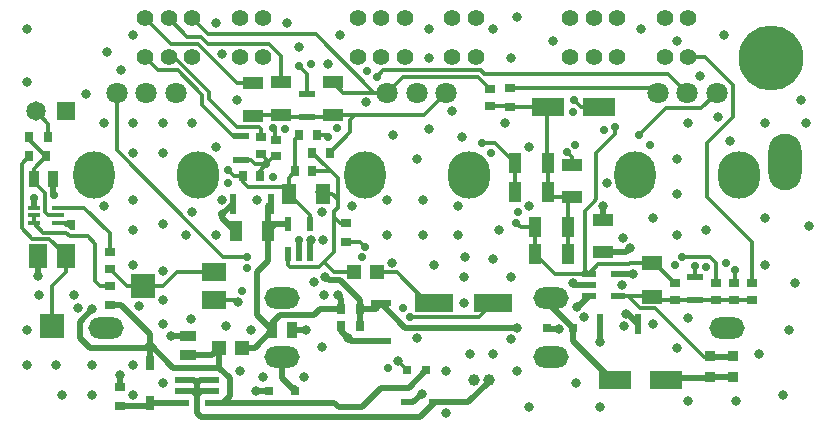
<source format=gtl>
G04 #@! TF.GenerationSoftware,KiCad,Pcbnew,7.0.9*
G04 #@! TF.CreationDate,2023-12-07T19:23:11+01:00*
G04 #@! TF.ProjectId,2023_PiezoPreamp,32303233-5f50-4696-957a-6f507265616d,rev?*
G04 #@! TF.SameCoordinates,PX2625a00PY1c22260*
G04 #@! TF.FileFunction,Copper,L1,Top*
G04 #@! TF.FilePolarity,Positive*
%FSLAX46Y46*%
G04 Gerber Fmt 4.6, Leading zero omitted, Abs format (unit mm)*
G04 Created by KiCad (PCBNEW 7.0.9) date 2023-12-07 19:23:11*
%MOMM*%
%LPD*%
G01*
G04 APERTURE LIST*
G04 #@! TA.AperFunction,ComponentPad*
%ADD10C,5.500000*%
G04 #@! TD*
G04 #@! TA.AperFunction,SMDPad,CuDef*
%ADD11R,1.150000X1.800000*%
G04 #@! TD*
G04 #@! TA.AperFunction,SMDPad,CuDef*
%ADD12R,3.200000X1.600000*%
G04 #@! TD*
G04 #@! TA.AperFunction,SMDPad,CuDef*
%ADD13R,0.750000X0.940000*%
G04 #@! TD*
G04 #@! TA.AperFunction,SMDPad,CuDef*
%ADD14R,0.940000X0.750000*%
G04 #@! TD*
G04 #@! TA.AperFunction,SMDPad,CuDef*
%ADD15R,1.075000X0.500000*%
G04 #@! TD*
G04 #@! TA.AperFunction,ComponentPad*
%ADD16C,1.000000*%
G04 #@! TD*
G04 #@! TA.AperFunction,SMDPad,CuDef*
%ADD17R,1.070000X1.820000*%
G04 #@! TD*
G04 #@! TA.AperFunction,SMDPad,CuDef*
%ADD18R,0.950000X0.800000*%
G04 #@! TD*
G04 #@! TA.AperFunction,SMDPad,CuDef*
%ADD19R,0.800000X0.950000*%
G04 #@! TD*
G04 #@! TA.AperFunction,SMDPad,CuDef*
%ADD20R,1.470000X0.970000*%
G04 #@! TD*
G04 #@! TA.AperFunction,ComponentPad*
%ADD21C,1.800000*%
G04 #@! TD*
G04 #@! TA.AperFunction,ComponentPad*
%ADD22O,3.600000X4.000000*%
G04 #@! TD*
G04 #@! TA.AperFunction,ComponentPad*
%ADD23O,3.500000X4.000000*%
G04 #@! TD*
G04 #@! TA.AperFunction,SMDPad,CuDef*
%ADD24R,1.200000X0.600000*%
G04 #@! TD*
G04 #@! TA.AperFunction,ComponentPad*
%ADD25C,1.400000*%
G04 #@! TD*
G04 #@! TA.AperFunction,SMDPad,CuDef*
%ADD26R,0.800000X0.800000*%
G04 #@! TD*
G04 #@! TA.AperFunction,SMDPad,CuDef*
%ADD27R,0.970000X1.470000*%
G04 #@! TD*
G04 #@! TA.AperFunction,SMDPad,CuDef*
%ADD28R,2.800000X1.600000*%
G04 #@! TD*
G04 #@! TA.AperFunction,SMDPad,CuDef*
%ADD29R,0.750000X1.200000*%
G04 #@! TD*
G04 #@! TA.AperFunction,SMDPad,CuDef*
%ADD30R,1.150000X1.150000*%
G04 #@! TD*
G04 #@! TA.AperFunction,SMDPad,CuDef*
%ADD31R,1.820000X1.070000*%
G04 #@! TD*
G04 #@! TA.AperFunction,SMDPad,CuDef*
%ADD32R,1.600000X2.000000*%
G04 #@! TD*
G04 #@! TA.AperFunction,SMDPad,CuDef*
%ADD33R,2.000000X2.000000*%
G04 #@! TD*
G04 #@! TA.AperFunction,SMDPad,CuDef*
%ADD34R,1.820000X0.620000*%
G04 #@! TD*
G04 #@! TA.AperFunction,ComponentPad*
%ADD35R,1.650000X1.650000*%
G04 #@! TD*
G04 #@! TA.AperFunction,ComponentPad*
%ADD36C,1.650000*%
G04 #@! TD*
G04 #@! TA.AperFunction,SMDPad,CuDef*
%ADD37R,0.620000X1.820000*%
G04 #@! TD*
G04 #@! TA.AperFunction,SMDPad,CuDef*
%ADD38R,0.600000X1.200000*%
G04 #@! TD*
G04 #@! TA.AperFunction,SMDPad,CuDef*
%ADD39R,0.900000X0.650000*%
G04 #@! TD*
G04 #@! TA.AperFunction,SMDPad,CuDef*
%ADD40R,2.000000X1.600000*%
G04 #@! TD*
G04 #@! TA.AperFunction,SMDPad,CuDef*
%ADD41R,1.800000X1.150000*%
G04 #@! TD*
G04 #@! TA.AperFunction,SMDPad,CuDef*
%ADD42R,0.650000X0.900000*%
G04 #@! TD*
G04 #@! TA.AperFunction,SMDPad,CuDef*
%ADD43R,0.863600X0.965200*%
G04 #@! TD*
G04 #@! TA.AperFunction,SMDPad,CuDef*
%ADD44R,1.470000X0.620000*%
G04 #@! TD*
G04 #@! TA.AperFunction,SMDPad,CuDef*
%ADD45R,1.150000X0.600000*%
G04 #@! TD*
G04 #@! TA.AperFunction,SMDPad,CuDef*
%ADD46R,1.000000X0.400000*%
G04 #@! TD*
G04 #@! TA.AperFunction,ComponentPad*
%ADD47O,2.800000X4.800000*%
G04 #@! TD*
G04 #@! TA.AperFunction,ComponentPad*
%ADD48O,3.000000X1.800000*%
G04 #@! TD*
G04 #@! TA.AperFunction,ViaPad*
%ADD49C,0.700000*%
G04 #@! TD*
G04 #@! TA.AperFunction,ViaPad*
%ADD50C,0.800000*%
G04 #@! TD*
G04 #@! TA.AperFunction,Conductor*
%ADD51C,0.500000*%
G04 #@! TD*
G04 #@! TA.AperFunction,Conductor*
%ADD52C,0.300000*%
G04 #@! TD*
G04 #@! TA.AperFunction,Conductor*
%ADD53C,0.349300*%
G04 #@! TD*
G04 APERTURE END LIST*
D10*
X64000000Y-4500000D03*
D11*
X26050000Y-15950000D03*
X23150000Y-15950000D03*
D12*
X35500000Y-25200000D03*
X40500000Y-25200000D03*
D13*
X23700000Y-14050000D03*
X25100000Y-14050000D03*
D14*
X59350000Y-24925000D03*
X59350000Y-23525000D03*
D15*
X33188000Y-33600000D03*
X35512000Y-33600000D03*
D14*
X60875000Y-24925000D03*
X60875000Y-23525000D03*
D16*
X40100000Y-31700000D03*
X38850000Y-31700000D03*
D17*
X45080000Y-13400000D03*
X42320000Y-13400000D03*
D13*
X19300000Y-14450000D03*
X20700000Y-14450000D03*
D18*
X8000000Y-25400000D03*
X8000000Y-23800000D03*
D19*
X27600000Y-25700000D03*
X29200000Y-25700000D03*
D20*
X14630000Y-27970000D03*
X14630000Y-29630000D03*
D21*
X36500000Y-7400000D03*
X34000000Y-7400000D03*
X31500000Y-7400000D03*
D22*
X38400000Y-14400000D03*
D23*
X29600000Y-14400000D03*
D24*
X48550000Y-22750000D03*
X48550000Y-23700000D03*
X48550000Y-24650000D03*
X51050000Y-24650000D03*
X51050000Y-22750000D03*
D25*
X39000000Y-1100000D03*
X37000000Y-1100000D03*
X33000000Y-1100000D03*
X31000000Y-1100000D03*
X29000000Y-1100000D03*
X29000000Y-4400000D03*
X31000000Y-4400000D03*
X33000000Y-4400000D03*
X37000000Y-4400000D03*
X39000000Y-4400000D03*
D18*
X28000000Y-20050000D03*
X28000000Y-18450000D03*
D17*
X44020000Y-21050000D03*
X46780000Y-21050000D03*
D26*
X21520000Y-32660000D03*
X23720000Y-32660000D03*
D19*
X2800000Y-11200000D03*
X1200000Y-11200000D03*
D17*
X18670000Y-19150000D03*
X21430000Y-19150000D03*
D27*
X3230000Y-14700000D03*
X1570000Y-14700000D03*
D28*
X49400000Y-8600000D03*
X45100000Y-8600000D03*
D29*
X11400000Y-30300000D03*
X11400000Y-33700000D03*
D30*
X19190000Y-29000000D03*
X17290000Y-29000000D03*
D31*
X49800000Y-18170000D03*
X49800000Y-20930000D03*
D32*
X1925000Y-21200000D03*
D33*
X3100000Y-27200000D03*
D32*
X4275000Y-21200000D03*
D34*
X31000000Y-28450000D03*
X31000000Y-25250000D03*
D31*
X26900000Y-9280000D03*
X26900000Y-6520000D03*
D21*
X13600000Y-7400000D03*
X11100000Y-7400000D03*
X8600000Y-7400000D03*
D22*
X15500000Y-14400000D03*
D23*
X6700000Y-14400000D03*
D31*
X22500000Y-6520000D03*
X22500000Y-9280000D03*
D18*
X8900000Y-33900000D03*
X8900000Y-32300000D03*
D35*
X4270000Y-9000000D03*
D36*
X1730000Y-9000000D03*
D37*
X18450000Y-16800000D03*
X21650000Y-16800000D03*
D38*
X23100000Y-21050000D03*
X24050000Y-21050000D03*
X25000000Y-21050000D03*
X25000000Y-18550000D03*
X23100000Y-18550000D03*
D39*
X8000000Y-22325000D03*
X8000000Y-20875000D03*
D18*
X41900000Y-8600000D03*
X41900000Y-7000000D03*
D14*
X22100000Y-12800000D03*
X22100000Y-11400000D03*
D21*
X59400000Y-7400000D03*
X56900000Y-7400000D03*
X54400000Y-7400000D03*
D22*
X61300000Y-14400000D03*
D23*
X52500000Y-14400000D03*
D40*
X16800000Y-22625000D03*
D33*
X10800000Y-23800000D03*
D40*
X16800000Y-24975000D03*
D14*
X20800000Y-12600000D03*
X20800000Y-11200000D03*
D17*
X45080000Y-15800000D03*
X42320000Y-15800000D03*
D37*
X49500000Y-27000000D03*
X52700000Y-27000000D03*
D41*
X53950000Y-24700000D03*
X53950000Y-21800000D03*
D17*
X44020000Y-18800000D03*
X46780000Y-18800000D03*
D26*
X45000000Y-27300000D03*
X47200000Y-27300000D03*
D42*
X26625000Y-12500000D03*
X25175000Y-12500000D03*
D25*
X21000000Y-1100000D03*
X19000000Y-1100000D03*
X15000000Y-1100000D03*
X13000000Y-1100000D03*
X11000000Y-1100000D03*
X11000000Y-4400000D03*
X13000000Y-4400000D03*
X15000000Y-4400000D03*
X19000000Y-4400000D03*
X21000000Y-4400000D03*
D43*
X60750000Y-31476300D03*
X60750000Y-29723700D03*
D44*
X57575000Y-25000000D03*
X57575000Y-23000000D03*
D45*
X14100000Y-31750000D03*
X14100000Y-32700000D03*
X14100000Y-33650000D03*
X16700000Y-33650000D03*
X16700000Y-32700000D03*
X16700000Y-31750000D03*
D25*
X57000000Y-1100000D03*
X55000000Y-1100000D03*
X51000000Y-1100000D03*
X49000000Y-1100000D03*
X47000000Y-1100000D03*
X47000000Y-4400000D03*
X49000000Y-4400000D03*
X51000000Y-4400000D03*
X55000000Y-4400000D03*
X57000000Y-4400000D03*
D42*
X25525000Y-10950000D03*
X24075000Y-10950000D03*
D30*
X30600000Y-22600000D03*
X28700000Y-22600000D03*
D14*
X55850000Y-24925000D03*
X55850000Y-23525000D03*
D26*
X33175000Y-30900000D03*
X34825000Y-30900000D03*
D42*
X2625000Y-12800000D03*
X1175000Y-12800000D03*
D14*
X62400000Y-24925000D03*
X62400000Y-23525000D03*
D31*
X47150000Y-16280000D03*
X47150000Y-13520000D03*
D46*
X3600000Y-18450000D03*
X3600000Y-17800000D03*
X3600000Y-17150000D03*
X1600000Y-17150000D03*
X1600000Y-17800000D03*
X1600000Y-18450000D03*
D19*
X29200000Y-27200000D03*
X27600000Y-27200000D03*
D39*
X40200000Y-8525000D03*
X40200000Y-7075000D03*
D43*
X58850000Y-31476300D03*
X58850000Y-29723700D03*
D31*
X20100000Y-6620000D03*
X20100000Y-9380000D03*
D28*
X55100000Y-31750000D03*
X50800000Y-31750000D03*
D27*
X23430000Y-27500000D03*
X21770000Y-27500000D03*
D44*
X19100000Y-13100000D03*
X19100000Y-11100000D03*
X24700000Y-7500000D03*
X24700000Y-9500000D03*
D47*
X65200000Y-13300000D03*
D48*
X7700000Y-27300000D03*
X22600000Y-24800000D03*
X22600000Y-29800000D03*
X60300000Y-27300000D03*
X45400000Y-29800000D03*
X45400000Y-24800000D03*
D49*
X47244774Y-9004729D03*
X1600000Y-16348205D03*
D50*
X15000000Y-17500000D03*
X57000000Y-10000000D03*
X6000000Y-7500000D03*
X65500000Y-27500000D03*
X10000000Y-16500000D03*
X4000000Y-33000000D03*
X38000000Y-23000000D03*
X12500000Y-12500000D03*
X26099006Y-19850000D03*
X8900000Y-31300000D03*
X12500000Y-32000000D03*
X37500000Y-17000000D03*
D49*
X31600000Y-30700000D03*
D50*
X67200000Y-18700000D03*
X1000000Y-6500000D03*
X34000000Y-28216418D03*
X54000000Y-18000000D03*
D49*
X22823192Y-10464368D03*
D50*
X48177409Y-26426388D03*
X24500000Y-31500000D03*
X20000000Y-27500000D03*
X2000000Y-24500000D03*
X13200000Y-28000000D03*
X10000000Y-10000000D03*
X1000000Y-2000000D03*
X58000000Y-6000000D03*
X6500000Y-33000000D03*
X35000000Y-4500000D03*
X66500000Y-8000000D03*
X35500000Y-22000000D03*
X26128045Y-24566912D03*
X47500000Y-32000000D03*
X12500000Y-22500000D03*
X1000000Y-27500000D03*
D49*
X3249500Y-16043034D03*
D50*
X28200000Y-28216418D03*
D49*
X25016828Y-5022013D03*
D50*
X35000000Y-10500000D03*
X36500000Y-31000000D03*
X21000000Y-31500000D03*
D49*
X19600000Y-22249503D03*
X17987119Y-15039485D03*
D50*
X27500000Y-2500000D03*
X59500000Y-9500000D03*
D49*
X21800000Y-14550000D03*
D50*
X17000000Y-19500000D03*
X63500000Y-18000000D03*
D49*
X29401531Y-21360423D03*
D50*
X60000000Y-2500000D03*
X57000000Y-26500000D03*
X5000000Y-24500000D03*
X17832763Y-27167237D03*
X25305510Y-23415877D03*
X18824150Y-8033130D03*
X42469782Y-30974384D03*
X10000000Y-33000000D03*
X5363655Y-25664258D03*
X6500000Y-30500000D03*
X51400500Y-23700498D03*
D49*
X17550000Y-17700000D03*
D50*
X14917237Y-26582763D03*
X46038707Y-27410793D03*
D49*
X53727593Y-11872407D03*
D50*
X42500000Y-1000000D03*
X10000000Y-22000000D03*
X38100000Y-21324150D03*
X7500000Y-10000000D03*
X19000000Y-31000000D03*
X23000000Y-1500000D03*
X12500000Y-25000000D03*
X43500000Y-17000000D03*
X20430000Y-32700000D03*
X34500000Y-16500000D03*
X37798315Y-11176475D03*
X56000000Y-13000000D03*
X40500000Y-21500000D03*
X26000000Y-28966418D03*
X10000000Y-30500000D03*
X51590415Y-27187299D03*
D49*
X58531415Y-22132884D03*
X19200000Y-24200000D03*
D50*
X32000000Y-11000000D03*
D49*
X49871575Y-10548948D03*
D50*
X3500000Y-30500000D03*
X17500000Y-16500000D03*
X29687763Y-8224150D03*
X34500000Y-19500000D03*
X49500000Y-34000000D03*
X65000000Y-33000000D03*
X17500000Y-4099500D03*
X41500000Y-10000000D03*
X42000000Y-23000000D03*
X50136419Y-15063627D03*
X67000000Y-10000000D03*
X24600000Y-27500000D03*
X31500000Y-16500000D03*
X37000000Y-9000000D03*
D49*
X24050000Y-19850000D03*
D50*
X17000000Y-1500000D03*
X47250000Y-23550000D03*
X10000000Y-19000000D03*
X12500000Y-27000000D03*
D49*
X32830298Y-25625850D03*
X4720000Y-18600000D03*
D50*
X61000000Y-33500000D03*
X34410315Y-32886772D03*
X9000000Y-5500000D03*
X56000000Y-3000000D03*
X24000000Y-3500000D03*
X15000000Y-10000000D03*
D49*
X29801299Y-5536549D03*
X47434875Y-11798739D03*
D50*
X17000000Y-12000000D03*
D49*
X42605976Y-17473108D03*
D50*
X49500000Y-28500000D03*
X56000000Y-29000000D03*
X20500000Y-16500000D03*
X66000000Y-23500000D03*
X57000000Y-33500000D03*
X43500000Y-12000000D03*
D49*
X40274123Y-12474078D03*
D50*
X63000000Y-29500000D03*
X14500000Y-19500000D03*
X49800000Y-17000000D03*
X10000000Y-2500000D03*
X60500000Y-11500000D03*
X26000000Y-17500000D03*
X40500000Y-2000000D03*
X1900000Y-22900000D03*
X26500000Y-5000000D03*
X10000000Y-12500000D03*
X10500000Y-25500000D03*
X12500000Y-18500000D03*
X41980648Y-28238703D03*
X56000000Y-19500000D03*
D49*
X27229428Y-10425850D03*
D50*
X28500000Y-17000000D03*
X63500000Y-22000000D03*
X63500000Y-10000000D03*
X42000000Y-4500000D03*
X34000000Y-13000000D03*
X31942453Y-21800500D03*
X37500000Y-19500000D03*
X38000000Y-25200000D03*
X43500000Y-34000000D03*
X45500000Y-3000000D03*
X41000000Y-19000000D03*
X54000000Y-27000000D03*
X12500000Y-10000000D03*
X38500000Y-29500000D03*
X35000000Y-2000000D03*
X1000000Y-30500000D03*
X36500000Y-34500000D03*
X40500000Y-29500000D03*
X53000000Y-2000000D03*
D49*
X55828600Y-21971400D03*
D50*
X7800000Y-4000000D03*
X58500000Y-19000000D03*
X56000000Y-16000000D03*
X31500000Y-19500000D03*
X7500000Y-17000000D03*
D49*
X60175850Y-21855987D03*
D50*
X51499958Y-19706182D03*
X6550000Y-25750000D03*
X51750000Y-26150000D03*
X52050000Y-20600000D03*
X27295498Y-24553017D03*
X52300000Y-22750000D03*
X25049503Y-19850000D03*
X42450000Y-27300000D03*
X47600000Y-25550000D03*
X26267350Y-22995972D03*
D49*
X24050000Y-5150000D03*
X42400000Y-18400000D03*
X50800000Y-10350000D03*
X60950000Y-22423898D03*
X56500000Y-21300000D03*
X57575000Y-22100000D03*
X46700000Y-12400000D03*
X39500000Y-11700000D03*
X47300000Y-8000000D03*
X18000000Y-13922872D03*
X21230000Y-13480000D03*
X30600000Y-6050000D03*
X21875000Y-10414502D03*
D50*
X18850000Y-25149503D03*
X32413329Y-30119051D03*
D49*
X26500000Y-11200000D03*
X52827593Y-10972407D03*
X29614944Y-20435215D03*
X19600000Y-21300000D03*
X33400000Y-26400000D03*
D51*
X47200000Y-27300000D02*
X47200000Y-28450000D01*
X45400000Y-24800000D02*
X45400000Y-25500000D01*
X45400000Y-25500000D02*
X47200000Y-27300000D01*
X47200000Y-28450000D02*
X50500000Y-31750000D01*
X50500000Y-31750000D02*
X50800000Y-31750000D01*
X46038707Y-27410793D02*
X45110793Y-27410793D01*
X28433582Y-28450000D02*
X31000000Y-28450000D01*
X47400000Y-23700000D02*
X47250000Y-23550000D01*
X28200000Y-28216418D02*
X28433582Y-28450000D01*
X27600000Y-27616418D02*
X27600000Y-27200000D01*
X24050000Y-21050000D02*
X24050000Y-19850000D01*
X28200000Y-28216418D02*
X27600000Y-27616418D01*
X14630000Y-27970000D02*
X13230000Y-27970000D01*
X20430000Y-32700000D02*
X21480000Y-32700000D01*
X48550000Y-23700000D02*
X47400000Y-23700000D01*
X1600000Y-16348205D02*
X1600000Y-17100000D01*
X45110793Y-27410793D02*
X45000000Y-27300000D01*
X17550000Y-17700000D02*
X18450000Y-16800000D01*
X8900000Y-32300000D02*
X8900000Y-31300000D01*
X1925000Y-22875000D02*
X1900000Y-22900000D01*
X21480000Y-32700000D02*
X21520000Y-32660000D01*
X49500000Y-28500000D02*
X49500000Y-27000000D01*
X33697087Y-33600000D02*
X33188000Y-33600000D01*
X18650000Y-19150000D02*
X18670000Y-19150000D01*
X3230000Y-16023534D02*
X3230000Y-14700000D01*
X17550000Y-18050000D02*
X18650000Y-19150000D01*
X13230000Y-27970000D02*
X13200000Y-28000000D01*
X3249500Y-16043034D02*
X3230000Y-16023534D01*
X49800000Y-18170000D02*
X49800000Y-17000000D01*
X17550000Y-17700000D02*
X17550000Y-18050000D01*
X34410315Y-32886772D02*
X33697087Y-33600000D01*
X23430000Y-27500000D02*
X24600000Y-27500000D01*
X1925000Y-21200000D02*
X1925000Y-22875000D01*
X11400000Y-30300000D02*
X11400000Y-28700000D01*
X17280000Y-30700000D02*
X17290000Y-30690000D01*
X5500000Y-26800000D02*
X5500000Y-28200000D01*
X13400000Y-30700000D02*
X17280000Y-30700000D01*
X16700000Y-33650000D02*
X17625000Y-33650000D01*
X14630000Y-29630000D02*
X16660000Y-29630000D01*
X16660000Y-29630000D02*
X17290000Y-29000000D01*
X17290000Y-30690000D02*
X17290000Y-29000000D01*
X8000000Y-25400000D02*
X8975000Y-25400000D01*
X11400000Y-27825000D02*
X11400000Y-28700000D01*
X27009441Y-33650000D02*
X27409441Y-34050000D01*
X18200000Y-31600000D02*
X17290000Y-30690000D01*
X18200000Y-33075000D02*
X18200000Y-31600000D01*
X11400000Y-28700000D02*
X13400000Y-30700000D01*
X6550000Y-25750000D02*
X5500000Y-26800000D01*
X27409441Y-34050000D02*
X29350000Y-34050000D01*
X11100000Y-29000000D02*
X11400000Y-28700000D01*
X6300000Y-29000000D02*
X11100000Y-29000000D01*
X31000000Y-32400000D02*
X33325000Y-32400000D01*
X29350000Y-34050000D02*
X31000000Y-32400000D01*
X8975000Y-25400000D02*
X11400000Y-27825000D01*
X16700000Y-33650000D02*
X27009441Y-33650000D01*
X5500000Y-28200000D02*
X6300000Y-29000000D01*
X33325000Y-32400000D02*
X34825000Y-30900000D01*
X17625000Y-33650000D02*
X18200000Y-33075000D01*
X21430000Y-19150000D02*
X21430000Y-17020000D01*
X21430000Y-17020000D02*
X21650000Y-16800000D01*
X21430000Y-21670000D02*
X21430000Y-19150000D01*
X51850000Y-26150000D02*
X52700000Y-27000000D01*
X25840000Y-25700000D02*
X27600000Y-25700000D01*
X27600000Y-24857519D02*
X27600000Y-25700000D01*
X51050000Y-22750000D02*
X52300000Y-22750000D01*
X21430000Y-19150000D02*
X22030000Y-18550000D01*
X21770000Y-27500000D02*
X21770000Y-26930000D01*
X51750000Y-26150000D02*
X51850000Y-26150000D01*
X22435000Y-26265000D02*
X25275000Y-26265000D01*
X52050000Y-20600000D02*
X51720000Y-20930000D01*
X21770000Y-26930000D02*
X22435000Y-26265000D01*
X19190000Y-29000000D02*
X20270000Y-29000000D01*
X25275000Y-26265000D02*
X25840000Y-25700000D01*
X27295498Y-24553017D02*
X27600000Y-24857519D01*
X21770000Y-27500000D02*
X20500000Y-26230000D01*
X20270000Y-29000000D02*
X21770000Y-27500000D01*
X51720000Y-20930000D02*
X49800000Y-20930000D01*
X20500000Y-26230000D02*
X20500000Y-22600000D01*
X20500000Y-22600000D02*
X21430000Y-21670000D01*
X22030000Y-18550000D02*
X23100000Y-18550000D01*
X26546028Y-23274650D02*
X27474650Y-23274650D01*
X30550000Y-25700000D02*
X31000000Y-25250000D01*
X25000000Y-21050000D02*
X25000000Y-19899503D01*
X42450000Y-27300000D02*
X33050000Y-27300000D01*
X26267350Y-22995972D02*
X26546028Y-23274650D01*
X29200000Y-25700000D02*
X29200000Y-27200000D01*
X47600000Y-25550000D02*
X47650000Y-25550000D01*
X47650000Y-25550000D02*
X48550000Y-24650000D01*
X33050000Y-27300000D02*
X31000000Y-25250000D01*
X29200000Y-25000000D02*
X29200000Y-25700000D01*
X29200000Y-25700000D02*
X30550000Y-25700000D01*
X25000000Y-19899503D02*
X25049503Y-19850000D01*
X27474650Y-23274650D02*
X29200000Y-25000000D01*
D52*
X1200000Y-11375000D02*
X2625000Y-12800000D01*
X2750000Y-17800000D02*
X3600000Y-17800000D01*
X1570000Y-14970000D02*
X2500000Y-15900000D01*
X2500000Y-15900000D02*
X2500000Y-17550000D01*
X1200000Y-11200000D02*
X1200000Y-11375000D01*
X2500000Y-17550000D02*
X2750000Y-17800000D01*
X1570000Y-14700000D02*
X1570000Y-14970000D01*
X1570000Y-13855000D02*
X2625000Y-12800000D01*
X1570000Y-14700000D02*
X1570000Y-13855000D01*
D53*
X24700000Y-9500000D02*
X26680000Y-9500000D01*
X22500000Y-9280000D02*
X22720000Y-9500000D01*
X28350000Y-9280000D02*
X28800000Y-9280000D01*
X28350000Y-9730000D02*
X28800000Y-9280000D01*
X26900000Y-9280000D02*
X28350000Y-9280000D01*
X20100000Y-9380000D02*
X20200000Y-9280000D01*
X22720000Y-9500000D02*
X24700000Y-9500000D01*
X26680000Y-9500000D02*
X26900000Y-9280000D01*
X26625000Y-12500000D02*
X28350000Y-10775000D01*
X28350000Y-10775000D02*
X28350000Y-9750000D01*
X20200000Y-9280000D02*
X22500000Y-9280000D01*
X28350000Y-9750000D02*
X28350000Y-9730000D01*
X28800000Y-9280000D02*
X34620000Y-9280000D01*
X34620000Y-9280000D02*
X36500000Y-7400000D01*
D52*
X30400000Y-7400000D02*
X31500000Y-7400000D01*
X32800000Y-6100000D02*
X39225000Y-6100000D01*
D53*
X31500000Y-7400000D02*
X27780000Y-7400000D01*
X27780000Y-7400000D02*
X26900000Y-6520000D01*
X16350000Y-2450000D02*
X25450000Y-2450000D01*
X25450000Y-2450000D02*
X30400000Y-7400000D01*
X15000000Y-1100000D02*
X16350000Y-2450000D01*
D52*
X39225000Y-6100000D02*
X40200000Y-7075000D01*
X31500000Y-7400000D02*
X32800000Y-6100000D01*
D53*
X13175350Y-3275350D02*
X15475350Y-3275350D01*
X11000000Y-1100000D02*
X13175350Y-3275350D01*
X15475350Y-3275350D02*
X18820000Y-6620000D01*
X18820000Y-6620000D02*
X20100000Y-6620000D01*
X24700000Y-5800000D02*
X24700000Y-7500000D01*
X24050000Y-5150000D02*
X24700000Y-5800000D01*
X14576050Y-2676050D02*
X15728512Y-2676050D01*
X13000000Y-1100000D02*
X14576050Y-2676050D01*
X15728512Y-2676050D02*
X16327812Y-3275350D01*
X16327812Y-3275350D02*
X21465846Y-3275350D01*
X22500000Y-4309504D02*
X22500000Y-6520000D01*
X21465846Y-3275350D02*
X22500000Y-4309504D01*
X51050000Y-24650000D02*
X51800000Y-24650000D01*
D51*
X58873700Y-29747400D02*
X58850000Y-29723700D01*
D53*
X59350000Y-24925000D02*
X57650000Y-24925000D01*
D51*
X60726300Y-29747400D02*
X58873700Y-29747400D01*
D53*
X52865350Y-25665350D02*
X51850000Y-24650000D01*
X60875000Y-24925000D02*
X59350000Y-24925000D01*
X54175000Y-24925000D02*
X53950000Y-24700000D01*
X57650000Y-24925000D02*
X57575000Y-25000000D01*
X57575000Y-25000000D02*
X55925000Y-25000000D01*
D51*
X60750000Y-29723700D02*
X60726300Y-29747400D01*
D53*
X51850000Y-24650000D02*
X51800000Y-24650000D01*
X54215350Y-25665350D02*
X52865350Y-25665350D01*
X51800000Y-24650000D02*
X53900000Y-24650000D01*
X55925000Y-25000000D02*
X55850000Y-24925000D01*
X62400000Y-24925000D02*
X60875000Y-24925000D01*
X53900000Y-24650000D02*
X53950000Y-24700000D01*
D51*
X58873700Y-29747400D02*
X58997400Y-29747400D01*
D53*
X58297400Y-29747400D02*
X54215350Y-25665350D01*
X55850000Y-24925000D02*
X54175000Y-24925000D01*
X58997400Y-29747400D02*
X58297400Y-29747400D01*
X50800000Y-10350000D02*
X50800000Y-10900000D01*
X44020000Y-21050000D02*
X44020000Y-18800000D01*
X51933768Y-21950000D02*
X52083768Y-21800000D01*
X50800000Y-10900000D02*
X49200000Y-12500000D01*
X49350000Y-21950000D02*
X51933768Y-21950000D01*
X49200000Y-16433768D02*
X48975350Y-16658418D01*
X52083768Y-21800000D02*
X53950000Y-21800000D01*
X48525350Y-22725350D02*
X45695350Y-22725350D01*
X42800000Y-18800000D02*
X42400000Y-18400000D01*
X48250000Y-17400000D02*
X48250000Y-22450000D01*
X53950000Y-21800000D02*
X54125000Y-21800000D01*
X44020000Y-18800000D02*
X42800000Y-18800000D01*
X48550000Y-22750000D02*
X48525350Y-22725350D01*
X49200000Y-12500000D02*
X49200000Y-16433768D01*
X48250000Y-22450000D02*
X48550000Y-22750000D01*
X48975350Y-16674650D02*
X48250000Y-17400000D01*
X48550000Y-22750000D02*
X49350000Y-21950000D01*
X54125000Y-21800000D02*
X55850000Y-23525000D01*
X48975350Y-16658418D02*
X48975350Y-16674650D01*
X45695350Y-22725350D02*
X44020000Y-21050000D01*
X58400000Y-4400000D02*
X60800000Y-6800000D01*
X58600000Y-16250000D02*
X62400000Y-20050000D01*
X60800000Y-6800000D02*
X60800000Y-9500000D01*
X60800000Y-9500000D02*
X58600000Y-11700000D01*
X57000000Y-4400000D02*
X58400000Y-4400000D01*
X58600000Y-11700000D02*
X58600000Y-16250000D01*
X62400000Y-20050000D02*
X62400000Y-23525000D01*
X60950000Y-22423898D02*
X60950000Y-23450000D01*
X60950000Y-23450000D02*
X60875000Y-23525000D01*
X59306065Y-23481065D02*
X59350000Y-23525000D01*
X58794052Y-21300000D02*
X59306065Y-21812013D01*
X59306065Y-21812013D02*
X59306065Y-23481065D01*
X56500000Y-21300000D02*
X58794052Y-21300000D01*
X57575000Y-22100000D02*
X57575000Y-23000000D01*
X45080000Y-13400000D02*
X45020000Y-13340000D01*
D52*
X41825000Y-8525000D02*
X41900000Y-8600000D01*
D53*
X45100000Y-8600000D02*
X42000000Y-8600000D01*
X46780000Y-18800000D02*
X46780000Y-16650000D01*
X40200000Y-8525000D02*
X41825000Y-8525000D01*
X45080000Y-15800000D02*
X45080000Y-13400000D01*
X46780000Y-19100000D02*
X46780000Y-18725000D01*
X45560000Y-16280000D02*
X45080000Y-15800000D01*
X45020000Y-13340000D02*
X45020000Y-8680000D01*
X46780000Y-21050000D02*
X46780000Y-18800000D01*
D52*
X42000000Y-8600000D02*
X41900000Y-8600000D01*
D53*
X47150000Y-16280000D02*
X45560000Y-16280000D01*
X46780000Y-16650000D02*
X47150000Y-16280000D01*
X47150000Y-12850000D02*
X47150000Y-13520000D01*
X46700000Y-12400000D02*
X47150000Y-12850000D01*
X42320000Y-15800000D02*
X42320000Y-13400000D01*
D52*
X39500000Y-11700000D02*
X40620000Y-11700000D01*
X40620000Y-11700000D02*
X42320000Y-13400000D01*
X47900000Y-8600000D02*
X47300000Y-8000000D01*
X49400000Y-8600000D02*
X47900000Y-8600000D01*
D53*
X23700000Y-14050000D02*
X23700000Y-11325000D01*
X23700000Y-11325000D02*
X24075000Y-10950000D01*
X22600000Y-15400000D02*
X23150000Y-15950000D01*
X18527128Y-14450000D02*
X19300000Y-14450000D01*
X23150000Y-15950000D02*
X23150000Y-14600000D01*
X23150000Y-15950000D02*
X25000000Y-17800000D01*
X23150000Y-14600000D02*
X23700000Y-14050000D01*
X19300000Y-14994300D02*
X19705700Y-15400000D01*
X25000000Y-17800000D02*
X25000000Y-18550000D01*
X19705700Y-15400000D02*
X22600000Y-15400000D01*
X18000000Y-13922872D02*
X18527128Y-14450000D01*
X19300000Y-14450000D02*
X19300000Y-14994300D01*
X21910000Y-12800000D02*
X22100000Y-12800000D01*
X55300000Y-5800000D02*
X56900000Y-7400000D01*
X20700000Y-14010000D02*
X20700000Y-14450000D01*
X21230000Y-13030000D02*
X20800000Y-12600000D01*
X39737678Y-5800000D02*
X55300000Y-5800000D01*
X21230000Y-13480000D02*
X21910000Y-12800000D01*
X30600000Y-6050000D02*
X31124650Y-5525350D01*
X21230000Y-13480000D02*
X20310000Y-13480000D01*
X20310000Y-13480000D02*
X19930000Y-13100000D01*
X39463028Y-5525350D02*
X39737678Y-5800000D01*
X19930000Y-13100000D02*
X19100000Y-13100000D01*
X21230000Y-13480000D02*
X20700000Y-14010000D01*
X31124650Y-5525350D02*
X39463028Y-5525350D01*
X21230000Y-13480000D02*
X21230000Y-13030000D01*
X13756338Y-5524650D02*
X15825350Y-7593663D01*
X18450000Y-11100000D02*
X19100000Y-11100000D01*
X11000000Y-4400000D02*
X12124650Y-5524650D01*
X15825350Y-8475350D02*
X18450000Y-11100000D01*
X12124650Y-5524650D02*
X13756338Y-5524650D01*
X15825350Y-7593663D02*
X15825350Y-8475350D01*
X22000000Y-10539502D02*
X22000000Y-11300000D01*
D52*
X22000000Y-11300000D02*
X22100000Y-11400000D01*
D53*
X21875000Y-10414502D02*
X22000000Y-10539502D01*
D52*
X16400000Y-7950000D02*
X18800000Y-10350000D01*
X20800000Y-10525000D02*
X20800000Y-11200000D01*
X20625000Y-10350000D02*
X20800000Y-10525000D01*
X16400000Y-7355635D02*
X16400000Y-7950000D01*
X13444365Y-4400000D02*
X16400000Y-7355635D01*
X13000000Y-4400000D02*
X13444365Y-4400000D01*
X18800000Y-10350000D02*
X20625000Y-10350000D01*
D51*
X23720000Y-32420000D02*
X23720000Y-32660000D01*
X22600000Y-31540000D02*
X23720000Y-32660000D01*
X22600000Y-29800000D02*
X22600000Y-31540000D01*
X15400000Y-33400000D02*
X15400000Y-33000000D01*
X15650000Y-31750000D02*
X15400000Y-32000000D01*
X16700000Y-31750000D02*
X15650000Y-31750000D01*
X15400000Y-33400000D02*
X15400000Y-34500000D01*
X34262000Y-34850000D02*
X35512000Y-33600000D01*
X15400000Y-33000000D02*
X15700000Y-32700000D01*
X15150000Y-31750000D02*
X15400000Y-32000000D01*
X35512000Y-33600000D02*
X38364214Y-33600000D01*
X40100000Y-31864214D02*
X40100000Y-31700000D01*
X15750000Y-34850000D02*
X34262000Y-34850000D01*
X15400000Y-34500000D02*
X15750000Y-34850000D01*
X15100000Y-32700000D02*
X15400000Y-33000000D01*
X14100000Y-32700000D02*
X15100000Y-32700000D01*
X14100000Y-31750000D02*
X15150000Y-31750000D01*
X38364214Y-33600000D02*
X40100000Y-31864214D01*
X15400000Y-33400000D02*
X15400000Y-32000000D01*
X15700000Y-32700000D02*
X16700000Y-32700000D01*
X11400000Y-33700000D02*
X14050000Y-33700000D01*
X8900000Y-33900000D02*
X11200000Y-33900000D01*
X14050000Y-33700000D02*
X14100000Y-33650000D01*
X11200000Y-33900000D02*
X11400000Y-33700000D01*
D52*
X18850000Y-25149503D02*
X18675497Y-24975000D01*
X32994278Y-30700000D02*
X33175000Y-30700000D01*
X18675497Y-24975000D02*
X16800000Y-24975000D01*
X32413329Y-30119051D02*
X32994278Y-30700000D01*
D53*
X26250000Y-10950000D02*
X25525000Y-10950000D01*
X26500000Y-11200000D02*
X26250000Y-10950000D01*
X27137500Y-14462500D02*
X26400000Y-13725000D01*
X25700000Y-15950000D02*
X25600000Y-15850000D01*
X27000000Y-17450000D02*
X27300000Y-17150000D01*
X25100000Y-14050000D02*
X26725000Y-14050000D01*
X26050000Y-15950000D02*
X25700000Y-15950000D01*
X27300000Y-14625000D02*
X27137500Y-14462500D01*
X23250700Y-22150000D02*
X25750000Y-22150000D01*
X27000000Y-17950000D02*
X27000000Y-17450000D01*
X28000000Y-18450000D02*
X27500000Y-18450000D01*
X27300000Y-16400000D02*
X27300000Y-14625000D01*
X23100000Y-21999300D02*
X23250700Y-22150000D01*
X27036904Y-22600000D02*
X28700000Y-22600000D01*
X25750000Y-22150000D02*
X26168452Y-21731548D01*
X25175000Y-12500000D02*
X26400000Y-13725000D01*
X26168452Y-21731548D02*
X27036904Y-22600000D01*
X26725000Y-14050000D02*
X27137500Y-14462500D01*
X26050000Y-15950000D02*
X26850000Y-15950000D01*
X23100000Y-21050000D02*
X23100000Y-21999300D01*
X26168452Y-21731548D02*
X27000000Y-20900000D01*
X27000000Y-20900000D02*
X27000000Y-17950000D01*
X27500000Y-18450000D02*
X27000000Y-17950000D01*
X27300000Y-17150000D02*
X27300000Y-16400000D01*
X26850000Y-15950000D02*
X27300000Y-16400000D01*
D52*
X1730000Y-9000000D02*
X2800000Y-10070000D01*
X2800000Y-10070000D02*
X2800000Y-11200000D01*
X550000Y-13425000D02*
X550000Y-18900000D01*
X3100000Y-23800000D02*
X3100000Y-27200000D01*
X550000Y-18900000D02*
X1450000Y-19800000D01*
X1450000Y-19800000D02*
X2900000Y-19800000D01*
X1175000Y-12800000D02*
X550000Y-13425000D01*
X2900000Y-19800000D02*
X4275000Y-21175000D01*
X4275000Y-21200000D02*
X4275000Y-22625000D01*
X4275000Y-21175000D02*
X4275000Y-21200000D01*
X1200000Y-12775000D02*
X1175000Y-12800000D01*
X4275000Y-22625000D02*
X3100000Y-23800000D01*
X1600000Y-17800000D02*
X1600000Y-18450000D01*
X7210000Y-23800000D02*
X8000000Y-23800000D01*
X1600000Y-18450000D02*
X2400000Y-19250000D01*
X6160000Y-19560000D02*
X6800000Y-20200000D01*
X4619339Y-19560000D02*
X6160000Y-19560000D01*
X6800000Y-20200000D02*
X6800000Y-23390000D01*
X2400000Y-19250000D02*
X4309339Y-19250000D01*
X4309339Y-19250000D02*
X4619339Y-19560000D01*
X6800000Y-23390000D02*
X7210000Y-23800000D01*
X12500000Y-23800000D02*
X13675000Y-22625000D01*
X10800000Y-23800000D02*
X12500000Y-23800000D01*
X9475000Y-23800000D02*
X10800000Y-23800000D01*
X8000000Y-22325000D02*
X9475000Y-23800000D01*
X13675000Y-22625000D02*
X16800000Y-22625000D01*
X5850000Y-17150000D02*
X8000000Y-19300000D01*
X3600000Y-17150000D02*
X5850000Y-17150000D01*
X8000000Y-19300000D02*
X8000000Y-20875000D01*
D53*
X54000000Y-7000000D02*
X54400000Y-7400000D01*
X41900000Y-7000000D02*
X54000000Y-7000000D01*
X29229729Y-20050000D02*
X29614944Y-20435215D01*
X58075350Y-8724650D02*
X59400000Y-7400000D01*
X28000000Y-20050000D02*
X29229729Y-20050000D01*
X52827593Y-10972407D02*
X55075350Y-8724650D01*
X55075350Y-8724650D02*
X58075350Y-8724650D01*
D51*
X58726300Y-31600000D02*
X58850000Y-31476300D01*
X55100000Y-31750000D02*
X55250000Y-31600000D01*
X55250000Y-31600000D02*
X58726300Y-31600000D01*
X58850000Y-31476300D02*
X60750000Y-31476300D01*
D52*
X32300000Y-22600000D02*
X34900000Y-25200000D01*
X34900000Y-25200000D02*
X35500000Y-25200000D01*
X30600000Y-22600000D02*
X32300000Y-22600000D01*
D53*
X15300000Y-19000000D02*
X17600000Y-21300000D01*
X8600000Y-12300000D02*
X15300000Y-19000000D01*
X8600000Y-7400000D02*
X8600000Y-12300000D01*
X39275350Y-26424650D02*
X40500000Y-25200000D01*
X33424650Y-26424650D02*
X39275350Y-26424650D01*
X17600000Y-21300000D02*
X19600000Y-21300000D01*
X33400000Y-26400000D02*
X33424650Y-26424650D01*
G04 #@! TA.AperFunction,Conductor*
G36*
X5043039Y-18219685D02*
G01*
X5088794Y-18272489D01*
X5100000Y-18324000D01*
X5100000Y-18876000D01*
X5080315Y-18943039D01*
X5027511Y-18988794D01*
X4976000Y-19000000D01*
X4747804Y-19000000D01*
X4680765Y-18980315D01*
X4660123Y-18963681D01*
X4648247Y-18951805D01*
X4643610Y-18946617D01*
X4619217Y-18916029D01*
X4570067Y-18882519D01*
X4522221Y-18847207D01*
X4514636Y-18843198D01*
X4507016Y-18839529D01*
X4482500Y-18831967D01*
X4450161Y-18821992D01*
X4429184Y-18814652D01*
X4394034Y-18802352D01*
X4385665Y-18800768D01*
X4377243Y-18799500D01*
X4377241Y-18799500D01*
X4317765Y-18799500D01*
X4315801Y-18799426D01*
X4292160Y-18798541D01*
X4225904Y-18776361D01*
X4207858Y-18761030D01*
X4100000Y-18650000D01*
X3224000Y-18650000D01*
X3156961Y-18630315D01*
X3111206Y-18577511D01*
X3100000Y-18526000D01*
X3100000Y-18424499D01*
X3119685Y-18357460D01*
X3172489Y-18311705D01*
X3223996Y-18300499D01*
X4144864Y-18300499D01*
X4144879Y-18300497D01*
X4144882Y-18300497D01*
X4169987Y-18297586D01*
X4169988Y-18297585D01*
X4169991Y-18297585D01*
X4272765Y-18252206D01*
X4288652Y-18236319D01*
X4349975Y-18202834D01*
X4376333Y-18200000D01*
X4976000Y-18200000D01*
X5043039Y-18219685D01*
G37*
G04 #@! TD.AperFunction*
M02*

</source>
